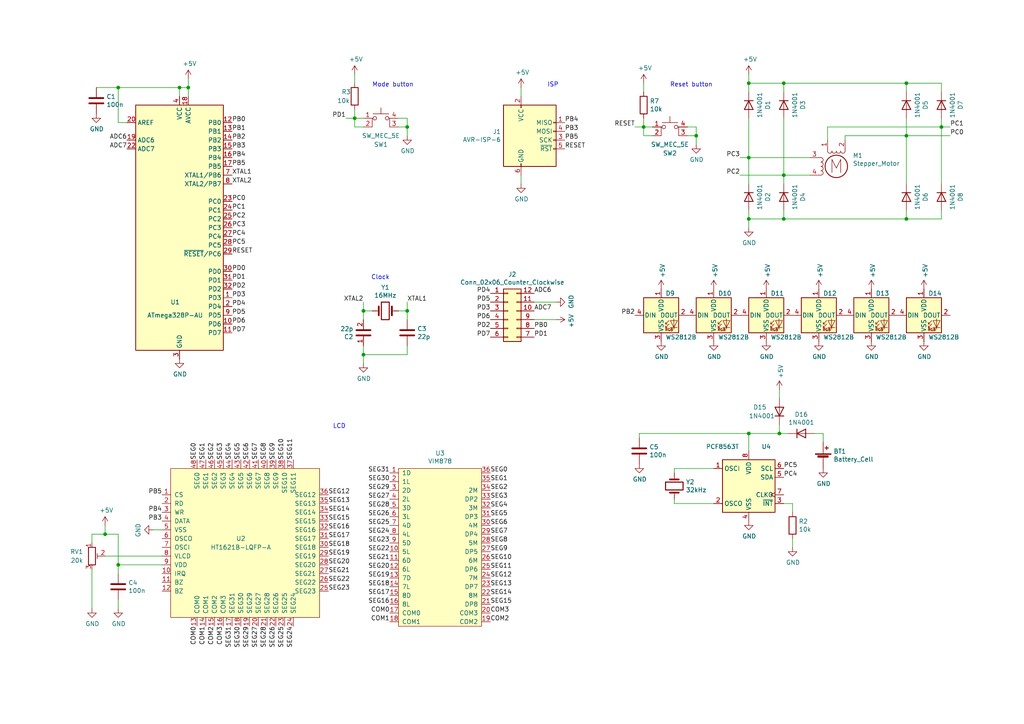
<source format=kicad_sch>
(kicad_sch (version 20211123) (generator eeschema)
  (paper "A4")
  (lib_symbols
    (symbol "C_1" (pin_names (offset 0.254))
      (property "Reference" "C" (at 0.635 2.54 0))
      (property "Value" "C_1" (at 0.635 -2.54 0))
      (symbol "C_1_0_1"
        (polyline (pts (xy -2.032 -0.762) (xy 2.032 -0.762)) (stroke (width 0.508)))
        (polyline (pts (xy -2.032 0.762) (xy 2.032 0.762)) (stroke (width 0.508)))
      )
      (symbol "C_1_1_1"
        (pin passive line (at 0 3.81 270) (length 2.794) (name "~") (number "1"))
        (pin passive line (at 0 -3.81 90) (length 2.794) (name "~") (number "2"))
      )
    )
    (symbol "Connector:AVR-ISP-6" (pin_names (offset 1.016))
      (property "Reference" "J" (at -6.35 11.43 0))
      (property "Value" "AVR-ISP-6" (at 0 11.43 0))
      (symbol "AVR-ISP-6_0_1"
        (rectangle (start -2.667 -6.858) (end -2.413 -7.62))
        (rectangle (start -2.667 10.16) (end -2.413 9.398))
        (rectangle (start 7.62 -2.413) (end 6.858 -2.667))
        (rectangle (start 7.62 0.127) (end 6.858 -0.127))
        (rectangle (start 7.62 2.667) (end 6.858 2.413))
        (rectangle (start 7.62 5.207) (end 6.858 4.953))
        (rectangle (start 7.62 10.16) (end -7.62 -7.62) (stroke (width 0.254)) (fill (type background)))
      )
      (symbol "AVR-ISP-6_1_1"
        (pin passive line (at 10.16 5.08 180) (length 2.54) (name "MISO") (number "1"))
        (pin passive line (at -2.54 12.7 270) (length 2.54) (name "VCC") (number "2"))
        (pin passive line (at 10.16 0 180) (length 2.54) (name "SCK") (number "3"))
        (pin passive line (at 10.16 2.54 180) (length 2.54) (name "MOSI") (number "4"))
        (pin passive line (at 10.16 -2.54 180) (length 2.54) (name "~{RST}") (number "5"))
        (pin passive line (at -2.54 -10.16 90) (length 2.54) (name "GND") (number "6"))
      )
    )
    (symbol "Connector_Generic:Conn_02x06_Counter_Clockwise" (pin_names (offset 1.016) hide)
      (property "Reference" "J" (at 1.27 7.62 0))
      (property "Value" "Conn_02x06_Counter_Clockwise" (at 1.27 -10.16 0))
      (symbol "Conn_02x06_Counter_Clockwise_1_1"
        (rectangle (start -1.27 -7.493) (end 0 -7.747) (stroke (width 0.1524)))
        (rectangle (start -1.27 -4.953) (end 0 -5.207) (stroke (width 0.1524)))
        (rectangle (start -1.27 -2.413) (end 0 -2.667) (stroke (width 0.1524)))
        (rectangle (start -1.27 0.127) (end 0 -0.127) (stroke (width 0.1524)))
        (rectangle (start -1.27 2.667) (end 0 2.413) (stroke (width 0.1524)))
        (rectangle (start -1.27 5.207) (end 0 4.953) (stroke (width 0.1524)))
        (rectangle (start -1.27 6.35) (end 3.81 -8.89) (stroke (width 0.254)) (fill (type background)))
        (rectangle (start 3.81 -7.493) (end 2.54 -7.747) (stroke (width 0.1524)))
        (rectangle (start 3.81 -4.953) (end 2.54 -5.207) (stroke (width 0.1524)))
        (rectangle (start 3.81 -2.413) (end 2.54 -2.667) (stroke (width 0.1524)))
        (rectangle (start 3.81 0.127) (end 2.54 -0.127) (stroke (width 0.1524)))
        (rectangle (start 3.81 2.667) (end 2.54 2.413) (stroke (width 0.1524)))
        (rectangle (start 3.81 5.207) (end 2.54 4.953) (stroke (width 0.1524)))
        (pin passive line (at -5.08 5.08 0) (length 3.81) (name "Pin_1") (number "1"))
        (pin passive line (at 7.62 0 180) (length 3.81) (name "Pin_10") (number "10"))
        (pin passive line (at 7.62 2.54 180) (length 3.81) (name "Pin_11") (number "11"))
        (pin passive line (at 7.62 5.08 180) (length 3.81) (name "Pin_12") (number "12"))
        (pin passive line (at -5.08 2.54 0) (length 3.81) (name "Pin_2") (number "2"))
        (pin passive line (at -5.08 0 0) (length 3.81) (name "Pin_3") (number "3"))
        (pin passive line (at -5.08 -2.54 0) (length 3.81) (name "Pin_4") (number "4"))
        (pin passive line (at -5.08 -5.08 0) (length 3.81) (name "Pin_5") (number "5"))
        (pin passive line (at -5.08 -7.62 0) (length 3.81) (name "Pin_6") (number "6"))
        (pin passive line (at 7.62 -7.62 180) (length 3.81) (name "Pin_7") (number "7"))
        (pin passive line (at 7.62 -5.08 180) (length 3.81) (name "Pin_8") (number "8"))
        (pin passive line (at 7.62 -2.54 180) (length 3.81) (name "Pin_9") (number "9"))
      )
    )
    (symbol "Device:Battery_Cell" (pin_numbers hide) (pin_names (offset 0) hide)
      (property "Reference" "BT" (at 2.54 2.54 0))
      (property "Value" "Battery_Cell" (at 2.54 0 0))
      (symbol "Battery_Cell_0_1"
        (rectangle (start -2.286 1.778) (end 2.286 1.524) (fill (type outline)))
        (rectangle (start -1.5748 1.1938) (end 1.4732 0.6858) (fill (type outline)))
        (polyline (pts (xy 0 0.762) (xy 0 0)))
        (polyline (pts (xy 0 1.778) (xy 0 2.54)))
        (polyline (pts (xy 0.508 3.429) (xy 1.524 3.429)) (stroke (width 0.254)))
        (polyline (pts (xy 1.016 3.937) (xy 1.016 2.921)) (stroke (width 0.254)))
      )
      (symbol "Battery_Cell_1_1"
        (pin passive line (at 0 5.08 270) (length 2.54) (name "+") (number "1"))
        (pin passive line (at 0 -2.54 90) (length 2.54) (name "-") (number "2"))
      )
    )
    (symbol "Device:C" (pin_numbers hide) (pin_names (offset 0.254))
      (property "Reference" "C" (at 0.635 2.54 0))
      (property "Value" "C" (at 0.635 -2.54 0))
      (symbol "C_0_1"
        (polyline (pts (xy -2.032 -0.762) (xy 2.032 -0.762)) (stroke (width 0.508)))
        (polyline (pts (xy -2.032 0.762) (xy 2.032 0.762)) (stroke (width 0.508)))
      )
      (symbol "C_1_1"
        (pin passive line (at 0 3.81 270) (length 2.794) (name "~") (number "1"))
        (pin passive line (at 0 -3.81 90) (length 2.794) (name "~") (number "2"))
      )
    )
    (symbol "Device:Crystal" (pin_numbers hide) (pin_names (offset 1.016) hide)
      (property "Reference" "Y" (at 0 3.81 0))
      (property "Value" "Crystal" (at 0 -3.81 0))
      (symbol "Crystal_0_1"
        (rectangle (start -1.143 2.54) (end 1.143 -2.54) (stroke (width 0.3048)))
        (polyline (pts (xy -2.54 0) (xy -1.905 0)))
        (polyline (pts (xy -1.905 -1.27) (xy -1.905 1.27)) (stroke (width 0.508)))
        (polyline (pts (xy 1.905 -1.27) (xy 1.905 1.27)) (stroke (width 0.508)))
        (polyline (pts (xy 2.54 0) (xy 1.905 0)))
      )
      (symbol "Crystal_1_1"
        (pin passive line (at -3.81 0 0) (length 1.27) (name "1") (number "1"))
        (pin passive line (at 3.81 0 180) (length 1.27) (name "2") (number "2"))
      )
    )
    (symbol "Device:D" (pin_numbers hide) (pin_names (offset 1.016) hide)
      (property "Reference" "D" (at 0 2.54 0))
      (property "Value" "D" (at 0 -2.54 0))
      (symbol "D_0_1"
        (polyline (pts (xy -1.27 1.27) (xy -1.27 -1.27)) (stroke (width 0.254)))
        (polyline (pts (xy 1.27 0) (xy -1.27 0)))
        (polyline (pts (xy 1.27 1.27) (xy 1.27 -1.27) (xy -1.27 0) (xy 1.27 1.27)) (stroke (width 0.254)))
      )
      (symbol "D_1_1"
        (pin passive line (at -3.81 0 0) (length 2.54) (name "K") (number "1"))
        (pin passive line (at 3.81 0 180) (length 2.54) (name "A") (number "2"))
      )
    )
    (symbol "Device:R" (pin_numbers hide) (pin_names (offset 0))
      (property "Reference" "R" (at 2.032 0 90))
      (property "Value" "R" (at 0 0 90))
      (symbol "R_0_1"
        (rectangle (start -1.016 -2.54) (end 1.016 2.54) (stroke (width 0.254)))
      )
      (symbol "R_1_1"
        (pin passive line (at 0 3.81 270) (length 1.27) (name "~") (number "1"))
        (pin passive line (at 0 -3.81 90) (length 1.27) (name "~") (number "2"))
      )
    )
    (symbol "Device:R_Potentiometer_Trim" (pin_names (offset 1.016) hide)
      (property "Reference" "RV" (at -4.445 0 90))
      (property "Value" "R_Potentiometer_Trim" (at -2.54 0 90))
      (symbol "R_Potentiometer_Trim_0_1"
        (polyline (pts (xy 1.524 0.762) (xy 1.524 -0.762)))
        (polyline (pts (xy 2.54 0) (xy 1.524 0)))
        (rectangle (start 1.016 2.54) (end -1.016 -2.54) (stroke (width 0.254)))
      )
      (symbol "R_Potentiometer_Trim_1_1"
        (pin passive line (at 0 3.81 270) (length 1.27) (name "1") (number "1"))
        (pin passive line (at 3.81 0 180) (length 1.27) (name "2") (number "2"))
        (pin passive line (at 0 -3.81 90) (length 1.27) (name "3") (number "3"))
      )
    )
    (symbol "Diode:1N4001" (pin_numbers hide) (pin_names (offset 1.016) hide)
      (property "Reference" "D" (at 0 2.54 0))
      (property "Value" "1N4001" (at 0 -2.54 0))
      (symbol "1N4001_0_1"
        (polyline (pts (xy -1.27 1.27) (xy -1.27 -1.27)) (stroke (width 0.254)))
        (polyline (pts (xy 1.27 0) (xy -1.27 0)))
        (polyline (pts (xy 1.27 1.27) (xy 1.27 -1.27) (xy -1.27 0) (xy 1.27 1.27)) (stroke (width 0.254)))
      )
      (symbol "1N4001_1_1"
        (pin passive line (at -3.81 0 0) (length 2.54) (name "K") (number "1"))
        (pin passive line (at 3.81 0 180) (length 2.54) (name "A") (number "2"))
      )
    )
    (symbol "LED:WS2812B" (pin_names (offset 0.254))
      (property "Reference" "D" (at 5.08 5.715 0))
      (property "Value" "WS2812B" (at 1.27 -5.715 0))
      (symbol "WS2812B_0_0"
        (text "RGB" (at 2.286 -4.191 0) (effects (font (size 0.762 0.762))))
      )
      (symbol "WS2812B_0_1"
        (polyline (pts (xy 1.27 -3.556) (xy 1.778 -3.556)))
        (polyline (pts (xy 1.27 -2.54) (xy 1.778 -2.54)))
        (polyline (pts (xy 4.699 -3.556) (xy 2.667 -3.556)))
        (polyline (pts (xy 2.286 -2.54) (xy 1.27 -3.556) (xy 1.27 -3.048)))
        (polyline (pts (xy 2.286 -1.524) (xy 1.27 -2.54) (xy 1.27 -2.032)))
        (polyline (pts (xy 3.683 -1.016) (xy 3.683 -3.556) (xy 3.683 -4.064)))
        (polyline (pts (xy 4.699 -1.524) (xy 2.667 -1.524) (xy 3.683 -3.556) (xy 4.699 -1.524)))
        (rectangle (start 5.08 5.08) (end -5.08 -5.08) (stroke (width 0.254)) (fill (type background)))
      )
      (symbol "WS2812B_1_1"
        (pin power_in line (at 0 7.62 270) (length 2.54) (name "VDD") (number "1"))
        (pin output line (at 7.62 0 180) (length 2.54) (name "DOUT") (number "2"))
        (pin power_in line (at 0 -7.62 90) (length 2.54) (name "VSS") (number "3"))
        (pin input line (at -7.62 0 0) (length 2.54) (name "DIN") (number "4"))
      )
    )
    (symbol "MCU_Microchip_ATmega:ATmega328P-AU"
      (property "Reference" "U" (at -12.7 36.83 0))
      (property "Value" "MCU_Microchip_ATmega_ATmega328P-AU" (at 2.54 -36.83 0))
      (symbol "ATmega328P-AU_0_1"
        (rectangle (start -12.7 -35.56) (end 12.7 35.56) (stroke (width 0.254)) (fill (type background)))
      )
      (symbol "ATmega328P-AU_1_1"
        (pin bidirectional line (at 15.24 -20.32 180) (length 2.54) (name "PD3") (number "1"))
        (pin bidirectional line (at 15.24 -27.94 180) (length 2.54) (name "PD6") (number "10"))
        (pin bidirectional line (at 15.24 -30.48 180) (length 2.54) (name "PD7") (number "11"))
        (pin bidirectional line (at 15.24 30.48 180) (length 2.54) (name "PB0") (number "12"))
        (pin bidirectional line (at 15.24 27.94 180) (length 2.54) (name "PB1") (number "13"))
        (pin bidirectional line (at 15.24 25.4 180) (length 2.54) (name "PB2") (number "14"))
        (pin bidirectional line (at 15.24 22.86 180) (length 2.54) (name "PB3") (number "15"))
        (pin bidirectional line (at 15.24 20.32 180) (length 2.54) (name "PB4") (number "16"))
        (pin bidirectional line (at 15.24 17.78 180) (length 2.54) (name "PB5") (number "17"))
        (pin power_in line (at 2.54 38.1 270) (length 2.54) (name "AVCC") (number "18"))
        (pin input line (at -15.24 25.4 0) (length 2.54) (name "ADC6") (number "19"))
        (pin bidirectional line (at 15.24 -22.86 180) (length 2.54) (name "PD4") (number "2"))
        (pin passive line (at -15.24 30.48 0) (length 2.54) (name "AREF") (number "20"))
        (pin passive line (at 0 -38.1 90) (length 2.54) hide (name "GND") (number "21"))
        (pin input line (at -15.24 22.86 0) (length 2.54) (name "ADC7") (number "22"))
        (pin bidirectional line (at 15.24 7.62 180) (length 2.54) (name "PC0") (number "23"))
        (pin bidirectional line (at 15.24 5.08 180) (length 2.54) (name "PC1") (number "24"))
        (pin bidirectional line (at 15.24 2.54 180) (length 2.54) (name "PC2") (number "25"))
        (pin bidirectional line (at 15.24 0 180) (length 2.54) (name "PC3") (number "26"))
        (pin bidirectional line (at 15.24 -2.54 180) (length 2.54) (name "PC4") (number "27"))
        (pin bidirectional line (at 15.24 -5.08 180) (length 2.54) (name "PC5") (number "28"))
        (pin bidirectional line (at 15.24 -7.62 180) (length 2.54) (name "~{RESET}/PC6") (number "29"))
        (pin power_in line (at 0 -38.1 90) (length 2.54) (name "GND") (number "3"))
        (pin bidirectional line (at 15.24 -12.7 180) (length 2.54) (name "PD0") (number "30"))
        (pin bidirectional line (at 15.24 -15.24 180) (length 2.54) (name "PD1") (number "31"))
        (pin bidirectional line (at 15.24 -17.78 180) (length 2.54) (name "PD2") (number "32"))
        (pin power_in line (at 0 38.1 270) (length 2.54) (name "VCC") (number "4"))
        (pin passive line (at 0 -38.1 90) (length 2.54) hide (name "GND") (number "5"))
        (pin passive line (at 0 38.1 270) (length 2.54) hide (name "VCC") (number "6"))
        (pin bidirectional line (at 15.24 15.24 180) (length 2.54) (name "XTAL1/PB6") (number "7"))
        (pin bidirectional line (at 15.24 12.7 180) (length 2.54) (name "XTAL2/PB7") (number "8"))
        (pin bidirectional line (at 15.24 -25.4 180) (length 2.54) (name "PD5") (number "9"))
      )
    )
    (symbol "Motor:Stepper_Motor_bipolar" (pin_names (offset 0) hide)
      (property "Reference" "M" (at 3.81 2.54 0))
      (property "Value" "Stepper_Motor_bipolar" (at 3.81 1.27 0))
      (symbol "Stepper_Motor_bipolar_0_0"
        (polyline (pts (xy -1.27 -1.778) (xy -1.27 2.032) (xy 0 -0.508) (xy 1.27 2.032) (xy 1.27 -1.778)))
      )
      (symbol "Stepper_Motor_bipolar_0_1"
        (arc (start -4.445 -2.54) (mid -3.81 -1.905) (end -4.445 -1.27))
        (arc (start -4.445 -1.27) (mid -3.81 -0.635) (end -4.445 0))
        (arc (start -4.445 0) (mid -3.81 0.635) (end -4.445 1.27))
        (arc (start -4.445 1.27) (mid -3.81 1.905) (end -4.445 2.54))
        (arc (start -2.54 4.445) (mid -1.905 3.81) (end -1.27 4.445))
        (arc (start -1.27 4.445) (mid -0.635 3.81) (end 0 4.445))
        (polyline (pts (xy -5.08 -2.54) (xy -4.445 -2.54)))
        (polyline (pts (xy -5.08 2.54) (xy -4.445 2.54)))
        (polyline (pts (xy -2.54 5.08) (xy -2.54 4.445)))
        (polyline (pts (xy 2.54 5.08) (xy 2.54 4.445)))
        (circle (center 0 0) (radius 3.2512) (stroke (width 0.254)))
        (arc (start 0 4.445) (mid 0.635 3.81) (end 1.27 4.445))
        (arc (start 1.27 4.445) (mid 1.905 3.81) (end 2.54 4.445))
      )
      (symbol "Stepper_Motor_bipolar_1_1"
        (pin passive line (at -2.54 7.62 270) (length 2.54) (name "~") (number "1"))
        (pin passive line (at 2.54 7.62 270) (length 2.54) (name "-") (number "2"))
        (pin passive line (at -7.62 2.54 0) (length 2.54) (name "~") (number "3"))
        (pin passive line (at -7.62 -2.54 0) (length 2.54) (name "~") (number "4"))
      )
    )
    (symbol "Switch:SW_MEC_5E" (pin_names (offset 1.016) hide)
      (property "Reference" "SW" (at 0.635 5.715 0))
      (property "Value" "SW_MEC_5E" (at 0 -3.175 0))
      (symbol "SW_MEC_5E_0_1"
        (circle (center -1.778 2.54) (radius 0.508))
        (polyline (pts (xy -2.286 3.81) (xy 2.286 3.81)))
        (polyline (pts (xy 0 3.81) (xy 0 5.588)))
        (polyline (pts (xy -2.54 0) (xy -2.54 2.54) (xy -2.286 2.54)))
        (polyline (pts (xy 2.54 0) (xy 2.54 2.54) (xy 2.286 2.54)))
        (circle (center 1.778 2.54) (radius 0.508))
        (pin passive line (at -5.08 2.54 0) (length 2.54) (name "1") (number "1"))
        (pin passive line (at -5.08 0 0) (length 2.54) (name "2") (number "2"))
        (pin passive line (at 5.08 0 180) (length 2.54) (name "K") (number "3"))
        (pin passive line (at 5.08 2.54 180) (length 2.54) (name "A") (number "4"))
      )
    )
    (symbol "Timer_RTC:PCF8563T"
      (property "Reference" "U" (at -7.62 8.89 0))
      (property "Value" "PCF8563T" (at 2.54 8.89 0))
      (symbol "PCF8563T_0_1"
        (rectangle (start -7.62 7.62) (end 7.62 -7.62) (stroke (width 0.254)) (fill (type background)))
      )
      (symbol "PCF8563T_1_1"
        (pin input line (at -10.16 5.08 0) (length 2.54) (name "OSCI") (number "1"))
        (pin output line (at -10.16 -5.08 0) (length 2.54) (name "OSCO") (number "2"))
        (pin output line (at 10.16 -5.08 180) (length 2.54) (name "~{INT}") (number "3"))
        (pin power_in line (at 0 -10.16 90) (length 2.54) (name "VSS") (number "4"))
        (pin bidirectional line (at 10.16 2.54 180) (length 2.54) (name "SDA") (number "5"))
        (pin input line (at 10.16 5.08 180) (length 2.54) (name "SCL") (number "6"))
        (pin output clock (at 10.16 -2.54 180) (length 2.54) (name "CLKO") (number "7"))
        (pin power_in line (at 0 10.16 270) (length 2.54) (name "VDD") (number "8"))
      )
    )
    (symbol "power:+5V" (power) (pin_names (offset 0))
      (property "Value" "+5V" (at 0 3.556 0))
      (symbol "+5V_0_1"
        (polyline (pts (xy -0.762 1.27) (xy 0 2.54)))
        (polyline (pts (xy 0 0) (xy 0 2.54)))
        (polyline (pts (xy 0 2.54) (xy 0.762 1.27)))
      )
      (symbol "+5V_1_1"
        (pin power_in line (at 0 0 90) (length 0) hide (name "+5V") (number "1"))
      )
    )
    (symbol "power:GND" (power) (pin_names (offset 0))
      (property "Value" "GND" (at 0 -3.81 0))
      (symbol "GND_0_1"
        (polyline (pts (xy 0 0) (xy 0 -1.27) (xy 1.27 -1.27) (xy 0 -2.54) (xy -1.27 -1.27) (xy 0 -1.27)))
      )
      (symbol "GND_1_1"
        (pin power_in line (at 0 0 270) (length 0) hide (name "GND") (number "1"))
      )
    )
    (symbol "symbols:HT1621B-LQFP-A" (pin_names (offset 1.016))
      (property "Reference" "U" (at 0 5.08 0))
      (property "Value" "HT1621B-LQFP-A" (at 0 2.54 0))
      (symbol "HT1621B-LQFP-A_0_1"
        (rectangle (start -20.32 22.86) (end 22.86 -20.32) (fill (type background)))
      )
      (symbol "HT1621B-LQFP-A_1_1"
        (pin input line (at -22.86 15.24 0) (length 2.54) (name "CS") (number "1"))
        (pin input line (at -22.86 -7.62 0) (length 2.54) (name "IRQ") (number "10"))
        (pin input line (at -22.86 -10.16 0) (length 2.54) (name "BZ") (number "11"))
        (pin input line (at -22.86 -12.7 0) (length 2.54) (name "BZ") (number "12"))
        (pin input line (at -12.7 -22.86 90) (length 2.54) (name "COM0") (number "13"))
        (pin input line (at -10.16 -22.86 90) (length 2.54) (name "COM1") (number "14"))
        (pin input line (at -7.62 -22.86 90) (length 2.54) (name "COM2") (number "15"))
        (pin input line (at -5.08 -22.86 90) (length 2.54) (name "COM3") (number "16"))
        (pin input line (at -2.54 -22.86 90) (length 2.54) (name "SEG31") (number "17"))
        (pin input line (at 0 -22.86 90) (length 2.54) (name "SEG30") (number "18"))
        (pin input line (at 2.54 -22.86 90) (length 2.54) (name "SEG29") (number "19"))
        (pin input line (at -22.86 12.7 0) (length 2.54) (name "RD") (number "2"))
        (pin input line (at 5.08 -22.86 90) (length 2.54) (name "SEG27") (number "20"))
        (pin input line (at 7.62 -22.86 90) (length 2.54) (name "SEG28") (number "21"))
        (pin input line (at 10.16 -22.86 90) (length 2.54) (name "SEG26") (number "22"))
        (pin input line (at 12.7 -22.86 90) (length 2.54) (name "SEG25") (number "23"))
        (pin input line (at 15.24 -22.86 90) (length 2.54) (name "SEG24") (number "24"))
        (pin input line (at 25.4 -12.7 180) (length 2.54) (name "SEG23") (number "25"))
        (pin input line (at 25.4 -10.16 180) (length 2.54) (name "SEG22") (number "26"))
        (pin input line (at 25.4 -7.62 180) (length 2.54) (name "SEG21") (number "27"))
        (pin input line (at 25.4 -5.08 180) (length 2.54) (name "SEG20") (number "28"))
        (pin input line (at 25.4 -2.54 180) (length 2.54) (name "SEG19") (number "29"))
        (pin input line (at -22.86 10.16 0) (length 2.54) (name "WR") (number "3"))
        (pin input line (at 25.4 0 180) (length 2.54) (name "SEG18") (number "30"))
        (pin input line (at 25.4 2.54 180) (length 2.54) (name "SEG17") (number "31"))
        (pin input line (at 25.4 5.08 180) (length 2.54) (name "SEG16") (number "32"))
        (pin input line (at 25.4 7.62 180) (length 2.54) (name "SEG15") (number "33"))
        (pin input line (at 25.4 10.16 180) (length 2.54) (name "SEG14") (number "34"))
        (pin input line (at 25.4 12.7 180) (length 2.54) (name "SEG13") (number "35"))
        (pin input line (at 25.4 15.24 180) (length 2.54) (name "SEG12") (number "36"))
        (pin input line (at 15.24 25.4 270) (length 2.54) (name "SEG11") (number "37"))
        (pin input line (at 12.7 25.4 270) (length 2.54) (name "SEG10") (number "38"))
        (pin input line (at 10.16 25.4 270) (length 2.54) (name "SEG9") (number "39"))
        (pin input line (at -22.86 7.62 0) (length 2.54) (name "DATA") (number "4"))
        (pin input line (at 7.62 25.4 270) (length 2.54) (name "SEG8") (number "40"))
        (pin input line (at 5.08 25.4 270) (length 2.54) (name "SEG7") (number "41"))
        (pin input line (at 2.54 25.4 270) (length 2.54) (name "SEG6") (number "42"))
        (pin input line (at 0 25.4 270) (length 2.54) (name "SEG5") (number "43"))
        (pin input line (at -2.54 25.4 270) (length 2.54) (name "SEG4") (number "44"))
        (pin input line (at -5.08 25.4 270) (length 2.54) (name "SEG3") (number "45"))
        (pin input line (at -7.62 25.4 270) (length 2.54) (name "SEG2") (number "46"))
        (pin input line (at -10.16 25.4 270) (length 2.54) (name "SEG1") (number "47"))
        (pin input line (at -12.7 25.4 270) (length 2.54) (name "SEG0") (number "48"))
        (pin input line (at -22.86 5.08 0) (length 2.54) (name "VSS") (number "5"))
        (pin input line (at -22.86 2.54 0) (length 2.54) (name "OSCO") (number "6"))
        (pin input line (at -22.86 0 0) (length 2.54) (name "OSCI") (number "7"))
        (pin input line (at -22.86 -2.54 0) (length 2.54) (name "VLCD") (number "8"))
        (pin input line (at -22.86 -5.08 0) (length 2.54) (name "VDD") (number "9"))
      )
    )
    (symbol "symbols:VIM878" (pin_names (offset 1.016))
      (property "Reference" "U" (at 0 -2.54 0))
      (property "Value" "VIM878" (at 0 0 0))
      (symbol "VIM878_0_1"
        (rectangle (start -11.43 22.86) (end 12.7 -22.86) (fill (type background)))
      )
      (symbol "VIM878_1_1"
        (pin input line (at -13.97 21.59 0) (length 2.54) (name "1D") (number "1"))
        (pin input line (at -13.97 -1.27 0) (length 2.54) (name "5L") (number "10"))
        (pin input line (at -13.97 -3.81 0) (length 2.54) (name "6D") (number "11"))
        (pin input line (at -13.97 -6.35 0) (length 2.54) (name "6L") (number "12"))
        (pin input line (at -13.97 -8.89 0) (length 2.54) (name "7D") (number "13"))
        (pin input line (at -13.97 -11.43 0) (length 2.54) (name "7L") (number "14"))
        (pin input line (at -13.97 -13.97 0) (length 2.54) (name "8D") (number "15"))
        (pin input line (at -13.97 -16.51 0) (length 2.54) (name "8L") (number "16"))
        (pin input line (at -13.97 -19.05 0) (length 2.54) (name "COM0") (number "17"))
        (pin input line (at -13.97 -21.59 0) (length 2.54) (name "COM1") (number "18"))
        (pin input line (at 15.24 -21.59 180) (length 2.54) (name "COM2") (number "19"))
        (pin input line (at -13.97 19.05 0) (length 2.54) (name "1L") (number "2"))
        (pin input line (at 15.24 -19.05 180) (length 2.54) (name "COM3") (number "20"))
        (pin input line (at 15.24 -16.51 180) (length 2.54) (name "DP8") (number "21"))
        (pin input line (at 15.24 -13.97 180) (length 2.54) (name "8M") (number "22"))
        (pin input line (at 15.24 -11.43 180) (length 2.54) (name "DP7") (number "23"))
        (pin input line (at 15.24 -8.89 180) (length 2.54) (name "7M") (number "24"))
        (pin input line (at 15.24 -6.35 180) (length 2.54) (name "DP6") (number "25"))
        (pin input line (at 15.24 -3.81 180) (length 2.54) (name "6M") (number "26"))
        (pin input line (at 15.24 -1.27 180) (length 2.54) (name "DP5") (number "27"))
        (pin input line (at 15.24 1.27 180) (length 2.54) (name "5M") (number "28"))
        (pin input line (at 15.24 3.81 180) (length 2.54) (name "DP4") (number "29"))
        (pin input line (at -13.97 16.51 0) (length 2.54) (name "2D") (number "3"))
        (pin input line (at 15.24 6.35 180) (length 2.54) (name "4M") (number "30"))
        (pin input line (at 15.24 8.89 180) (length 2.54) (name "DP3") (number "31"))
        (pin input line (at 15.24 11.43 180) (length 2.54) (name "3M") (number "32"))
        (pin input line (at 15.24 13.97 180) (length 2.54) (name "DP2") (number "33"))
        (pin input line (at 15.24 16.51 180) (length 2.54) (name "2M") (number "34"))
        (pin input line (at 15.24 19.05 180) (length 2.54) (name "~") (number "35"))
        (pin input line (at 15.24 21.59 180) (length 2.54) (name "~") (number "36"))
        (pin input line (at -13.97 13.97 0) (length 2.54) (name "2L") (number "4"))
        (pin input line (at -13.97 11.43 0) (length 2.54) (name "3D") (number "5"))
        (pin input line (at -13.97 8.89 0) (length 2.54) (name "3L") (number "6"))
        (pin input line (at -13.97 6.35 0) (length 2.54) (name "4D") (number "7"))
        (pin input line (at -13.97 3.81 0) (length 2.54) (name "4L") (number "8"))
        (pin input line (at -13.97 1.27 0) (length 2.54) (name "5D") (number "9"))
      )
    )
  )
  (junction (at 217.17 63.5))
  (junction (at 262.89 39.37))
  (junction (at 102.87 34.29))
  (junction (at 226.06 125.73))
  (junction (at 227.33 24.13))
  (junction (at 105.41 102.87))
  (junction (at 201.93 39.37))
  (junction (at 34.29 25.4))
  (junction (at 52.07 25.4))
  (junction (at 217.17 125.73))
  (junction (at 262.89 63.5))
  (junction (at 217.17 24.13))
  (junction (at 217.17 45.72))
  (junction (at 262.89 24.13))
  (junction (at 34.29 163.83))
  (junction (at 273.05 36.83))
  (junction (at 227.33 63.5))
  (junction (at 30.48 154.94))
  (junction (at 186.69 36.83))
  (junction (at 105.41 90.17))
  (junction (at 118.11 36.83))
  (junction (at 118.11 90.17))
  (junction (at 227.33 50.8))
  (junction (at 54.61 25.4))
  (wire (pts (xy 217.17 66.04) (xy 217.17 63.5)))
  (wire (pts (xy 207.01 146.05) (xy 195.58 146.05)))
  (wire (pts (xy 227.33 63.5) (xy 227.33 60.96)))
  (wire (pts (xy 217.17 45.72) (xy 234.95 45.72)))
  (wire (pts (xy 195.58 146.05) (xy 195.58 144.78)))
  (wire (pts (xy 186.69 36.83) (xy 186.69 39.37)))
  (wire (pts (xy 262.89 39.37) (xy 262.89 34.29)))
  (wire (pts (xy 201.93 39.37) (xy 201.93 41.91)))
  (wire (pts (xy 151.13 50.8) (xy 151.13 53.34)))
  (wire (pts (xy 186.69 26.67) (xy 186.69 24.13)))
  (wire (pts (xy 185.42 127) (xy 185.42 125.73)))
  (wire (pts (xy 118.11 36.83) (xy 118.11 39.37)))
  (wire (pts (xy 217.17 45.72) (xy 214.63 45.72)))
  (wire (pts (xy 102.87 34.29) (xy 105.41 34.29)))
  (wire (pts (xy 54.61 22.86) (xy 54.61 25.4)))
  (wire (pts (xy 34.29 163.83) (xy 34.29 154.94)))
  (wire (pts (xy 186.69 39.37) (xy 189.23 39.37)))
  (wire (pts (xy 34.29 176.53) (xy 34.29 173.99)))
  (wire (pts (xy 102.87 31.75) (xy 102.87 34.29)))
  (wire (pts (xy 102.87 24.13) (xy 102.87 21.59)))
  (wire (pts (xy 46.99 153.67) (xy 44.45 153.67)))
  (wire (pts (xy 217.17 45.72) (xy 217.17 34.29)))
  (wire (pts (xy 273.05 63.5) (xy 273.05 60.96)))
  (wire (pts (xy 118.11 36.83) (xy 118.11 34.29)))
  (wire (pts (xy 240.03 40.64) (xy 240.03 36.83)))
  (wire (pts (xy 262.89 39.37) (xy 275.59 39.37)))
  (wire (pts (xy 262.89 63.5) (xy 227.33 63.5)))
  (wire (pts (xy 227.33 24.13) (xy 217.17 24.13)))
  (wire (pts (xy 34.29 25.4) (xy 52.07 25.4)))
  (wire (pts (xy 118.11 87.63) (xy 118.11 90.17)))
  (wire (pts (xy 105.41 102.87) (xy 105.41 105.41)))
  (wire (pts (xy 26.67 154.94) (xy 26.67 157.48)))
  (wire (pts (xy 227.33 50.8) (xy 227.33 53.34)))
  (wire (pts (xy 229.87 146.05) (xy 229.87 148.59)))
  (wire (pts (xy 151.13 25.4) (xy 151.13 27.94)))
  (wire (pts (xy 34.29 154.94) (xy 30.48 154.94)))
  (wire (pts (xy 195.58 135.89) (xy 207.01 135.89)))
  (wire (pts (xy 226.06 113.03) (xy 226.06 115.57)))
  (wire (pts (xy 217.17 125.73) (xy 217.17 130.81)))
  (wire (pts (xy 262.89 60.96) (xy 262.89 63.5)))
  (wire (pts (xy 195.58 137.16) (xy 195.58 135.89)))
  (wire (pts (xy 227.33 146.05) (xy 229.87 146.05)))
  (wire (pts (xy 102.87 34.29) (xy 102.87 36.83)))
  (wire (pts (xy 199.39 36.83) (xy 201.93 36.83)))
  (wire (pts (xy 30.48 152.4) (xy 30.48 154.94)))
  (wire (pts (xy 26.67 165.1) (xy 26.67 176.53)))
  (wire (pts (xy 201.93 39.37) (xy 201.93 36.83)))
  (wire (pts (xy 105.41 100.33) (xy 105.41 102.87)))
  (wire (pts (xy 226.06 125.73) (xy 226.06 123.19)))
  (wire (pts (xy 226.06 125.73) (xy 217.17 125.73)))
  (wire (pts (xy 262.89 63.5) (xy 273.05 63.5)))
  (wire (pts (xy 262.89 24.13) (xy 227.33 24.13)))
  (wire (pts (xy 273.05 26.67) (xy 273.05 24.13)))
  (wire (pts (xy 245.11 39.37) (xy 262.89 39.37)))
  (wire (pts (xy 34.29 35.56) (xy 34.29 25.4)))
  (wire (pts (xy 34.29 25.4) (xy 27.94 25.4)))
  (wire (pts (xy 100.33 34.29) (xy 102.87 34.29)))
  (wire (pts (xy 273.05 34.29) (xy 273.05 36.83)))
  (wire (pts (xy 273.05 53.34) (xy 273.05 36.83)))
  (wire (pts (xy 186.69 36.83) (xy 189.23 36.83)))
  (wire (pts (xy 118.11 90.17) (xy 115.57 90.17)))
  (wire (pts (xy 54.61 25.4) (xy 54.61 27.94)))
  (wire (pts (xy 185.42 125.73) (xy 217.17 125.73)))
  (wire (pts (xy 186.69 34.29) (xy 186.69 36.83)))
  (wire (pts (xy 227.33 34.29) (xy 227.33 50.8)))
  (wire (pts (xy 154.94 92.71) (xy 161.29 92.71)))
  (wire (pts (xy 262.89 39.37) (xy 262.89 53.34)))
  (wire (pts (xy 52.07 27.94) (xy 52.07 25.4)))
  (wire (pts (xy 30.48 154.94) (xy 26.67 154.94)))
  (wire (pts (xy 184.15 36.83) (xy 186.69 36.83)))
  (wire (pts (xy 227.33 50.8) (xy 214.63 50.8)))
  (wire (pts (xy 238.76 125.73) (xy 238.76 128.27)))
  (wire (pts (xy 154.94 87.63) (xy 161.29 87.63)))
  (wire (pts (xy 217.17 63.5) (xy 217.17 60.96)))
  (wire (pts (xy 115.57 36.83) (xy 118.11 36.83)))
  (wire (pts (xy 34.29 163.83) (xy 34.29 166.37)))
  (wire (pts (xy 36.83 35.56) (xy 34.29 35.56)))
  (wire (pts (xy 227.33 63.5) (xy 217.17 63.5)))
  (wire (pts (xy 273.05 36.83) (xy 275.59 36.83)))
  (wire (pts (xy 105.41 87.63) (xy 105.41 90.17)))
  (wire (pts (xy 227.33 50.8) (xy 234.95 50.8)))
  (wire (pts (xy 245.11 40.64) (xy 245.11 39.37)))
  (wire (pts (xy 107.95 90.17) (xy 105.41 90.17)))
  (wire (pts (xy 240.03 36.83) (xy 273.05 36.83)))
  (wire (pts (xy 118.11 34.29) (xy 115.57 34.29)))
  (wire (pts (xy 217.17 24.13) (xy 217.17 21.59)))
  (wire (pts (xy 236.22 125.73) (xy 238.76 125.73)))
  (wire (pts (xy 105.41 90.17) (xy 105.41 92.71)))
  (wire (pts (xy 199.39 39.37) (xy 201.93 39.37)))
  (wire (pts (xy 102.87 36.83) (xy 105.41 36.83)))
  (wire (pts (xy 30.48 161.29) (xy 46.99 161.29)))
  (wire (pts (xy 118.11 102.87) (xy 105.41 102.87)))
  (wire (pts (xy 217.17 53.34) (xy 217.17 45.72)))
  (wire (pts (xy 52.07 25.4) (xy 54.61 25.4)))
  (wire (pts (xy 217.17 24.13) (xy 217.17 26.67)))
  (wire (pts (xy 273.05 24.13) (xy 262.89 24.13)))
  (wire (pts (xy 229.87 158.75) (xy 229.87 156.21)))
  (wire (pts (xy 228.6 125.73) (xy 226.06 125.73)))
  (wire (pts (xy 118.11 102.87) (xy 118.11 100.33)))
  (wire (pts (xy 227.33 24.13) (xy 227.33 26.67)))
  (wire (pts (xy 118.11 90.17) (xy 118.11 92.71)))
  (wire (pts (xy 34.29 163.83) (xy 46.99 163.83)))
  (wire (pts (xy 262.89 24.13) (xy 262.89 26.67)))
  (text "Reset button" (at 194.31 25.4 0) (effects (font (size 1.27 1.27)) (justify left bottom)))
  (text "ISP" (at 158.75 25.4 0) (effects (font (size 1.27 1.27)) (justify left bottom)))
  (text "Clock" (at 113.03 81.28 180) (effects (font (size 1.27 1.27)) (justify right bottom)))
  (text "Mode button" (at 107.95 25.4 0) (effects (font (size 1.27 1.27)) (justify left bottom)))
  (text "LCD" (at 96.52 124.46 0) (effects (font (size 1.27 1.27)) (justify left bottom)))
  (label "COM3" (at 64.77 181.61 270))
  (label "PD4" (at 67.31 88.9 0))
  (label "SEG4" (at 142.24 147.32 0))
  (label "SEG20" (at 95.25 163.83 0))
  (label "SEG21" (at 113.03 162.56 180))
  (label "XTAL2" (at 105.41 87.63 180))
  (label "SEG25" (at 82.55 181.61 270))
  (label "SEG5" (at 142.24 149.86 0))
  (label "SEG9" (at 80.01 133.35 90))
  (label "PD0" (at 67.31 78.74 0))
  (label "SEG30" (at 69.85 181.61 270))
  (label "SEG24" (at 85.09 181.61 270))
  (label "COM0" (at 57.15 181.61 270))
  (label "PD4" (at 142.24 85.09 180))
  (label "SEG31" (at 67.31 181.61 270))
  (label "SEG13" (at 95.25 146.05 0))
  (label "SEG31" (at 113.03 137.16 180))
  (label "ADC6" (at 154.94 85.09 0))
  (label "PC4" (at 227.33 138.43 0))
  (label "SEG2" (at 62.23 133.35 90))
  (label "PC4" (at 67.31 68.58 0))
  (label "PC2" (at 67.31 63.5 0))
  (label "SEG17" (at 113.03 172.72 180))
  (label "PB4" (at 67.31 45.72 0))
  (label "XTAL1" (at 67.31 50.8 0))
  (label "PD6" (at 142.24 92.71 180))
  (label "PB1" (at 67.31 38.1 0))
  (label "SEG2" (at 142.24 142.24 0))
  (label "SEG13" (at 142.24 170.18 0))
  (label "XTAL1" (at 118.11 87.63 0))
  (label "SEG15" (at 142.24 175.26 0))
  (label "COM1" (at 113.03 180.34 180))
  (label "COM1" (at 59.69 181.61 270))
  (label "PB4" (at 46.99 148.59 180))
  (label "SEG23" (at 95.25 171.45 0))
  (label "PC3" (at 67.31 66.04 0))
  (label "SEG11" (at 85.09 133.35 90))
  (label "SEG7" (at 74.93 133.35 90))
  (label "PB0" (at 67.31 35.56 0))
  (label "PD2" (at 142.24 95.25 180))
  (label "SEG30" (at 113.03 139.7 180))
  (label "ADC6" (at 36.83 40.64 180))
  (label "ADC7" (at 36.83 43.18 180))
  (label "SEG10" (at 82.55 133.35 90))
  (label "SEG25" (at 113.03 152.4 180))
  (label "SEG26" (at 113.03 149.86 180))
  (label "SEG19" (at 113.03 167.64 180))
  (label "SEG14" (at 95.25 148.59 0))
  (label "PC5" (at 67.31 71.12 0))
  (label "COM0" (at 113.03 177.8 180))
  (label "SEG22" (at 113.03 160.02 180))
  (label "SEG4" (at 67.31 133.35 90))
  (label "SEG16" (at 95.25 153.67 0))
  (label "ADC7" (at 154.94 90.17 0))
  (label "PD6" (at 67.31 93.98 0))
  (label "RESET" (at 163.83 43.18 0))
  (label "PD1" (at 67.31 81.28 0))
  (label "PD5" (at 142.24 87.63 180))
  (label "SEG27" (at 74.93 181.61 270))
  (label "PD3" (at 67.31 86.36 0))
  (label "PC5" (at 227.33 135.89 0))
  (label "SEG7" (at 142.24 154.94 0))
  (label "RESET" (at 184.15 36.83 180))
  (label "PB3" (at 67.31 43.18 0))
  (label "SEG10" (at 142.24 162.56 0))
  (label "SEG8" (at 142.24 157.48 0))
  (label "PD3" (at 142.24 90.17 180))
  (label "PD2" (at 67.31 83.82 0))
  (label "SEG29" (at 113.03 142.24 180))
  (label "SEG28" (at 113.03 147.32 180))
  (label "PC1" (at 275.59 36.83 0))
  (label "PB3" (at 46.99 151.13 180))
  (label "PB3" (at 163.83 38.1 0))
  (label "SEG23" (at 113.03 157.48 180))
  (label "PB5" (at 46.99 143.51 180))
  (label "SEG3" (at 64.77 133.35 90))
  (label "PD1" (at 154.94 97.79 0))
  (label "SEG11" (at 142.24 165.1 0))
  (label "SEG16" (at 113.03 175.26 180))
  (label "PC1" (at 67.31 60.96 0))
  (label "PB2" (at 184.15 91.44 180))
  (label "SEG15" (at 95.25 151.13 0))
  (label "SEG6" (at 72.39 133.35 90))
  (label "SEG19" (at 95.25 161.29 0))
  (label "SEG22" (at 95.25 168.91 0))
  (label "PD7" (at 142.24 97.79 180))
  (label "SEG14" (at 142.24 172.72 0))
  (label "PB0" (at 154.94 95.25 0))
  (label "PB2" (at 67.31 40.64 0))
  (label "SEG21" (at 95.25 166.37 0))
  (label "COM2" (at 142.24 180.34 0))
  (label "PC2" (at 214.63 50.8 180))
  (label "SEG1" (at 142.24 139.7 0))
  (label "PC0" (at 67.31 58.42 0))
  (label "SEG17" (at 95.25 156.21 0))
  (label "SEG0" (at 142.24 137.16 0))
  (label "SEG5" (at 69.85 133.35 90))
  (label "XTAL2" (at 67.31 53.34 0))
  (label "PC0" (at 275.59 39.37 0))
  (label "SEG0" (at 57.15 133.35 90))
  (label "SEG29" (at 72.39 181.61 270))
  (label "SEG27" (at 113.03 144.78 180))
  (label "SEG3" (at 142.24 144.78 0))
  (label "SEG26" (at 80.01 181.61 270))
  (label "SEG9" (at 142.24 160.02 0))
  (label "SEG6" (at 142.24 152.4 0))
  (label "PB4" (at 163.83 35.56 0))
  (label "PB5" (at 163.83 40.64 0))
  (label "SEG12" (at 95.25 143.51 0))
  (label "RESET" (at 67.31 73.66 0))
  (label "SEG28" (at 77.47 181.61 270))
  (label "PD1" (at 100.33 34.29 180))
  (label "SEG24" (at 113.03 154.94 180))
  (label "PD7" (at 67.31 96.52 0))
  (label "PD5" (at 67.31 91.44 0))
  (label "SEG20" (at 113.03 165.1 180))
  (label "SEG8" (at 77.47 133.35 90))
  (label "SEG18" (at 95.25 158.75 0))
  (label "SEG18" (at 113.03 170.18 180))
  (label "PB5" (at 67.31 48.26 0))
  (label "SEG12" (at 142.24 167.64 0))
  (label "COM3" (at 142.24 177.8 0))
  (label "PC3" (at 214.63 45.72 180))
  (label "COM2" (at 62.23 181.61 270))
  (label "SEG1" (at 59.69 133.35 90))
  (symbol (lib_id "Motor:Stepper_Motor_bipolar") (at 242.57 48.26 0) (unit 1)
    (property "Reference" "M1" (at 247.3452 45.1104 0) (effects (justify left)))
    (property "Value" "Stepper_Motor" (at 247.3452 47.4218 0) (effects (justify left)))
    (property "Footprint" "footprints:Stepper Motor" (effects hide))
    (property "Datasheet" "http://www.infineon.com/dgdl/Application-Note-TLE8110EE_driving_UniPolarStepperMotor_V1.1.pdf?fileId=db3a30431be39b97011be5d0aa0a00b0" (effects hide))
  )
  (symbol (lib_id "Diode:1N4001") (at 217.17 57.15 270) (unit 1)
    (property "Reference" "D2" (at 222.6818 57.15 0))
    (property "Value" "1N4001" (at 220.3704 57.15 0))
    (property "Footprint" "Diode_SMD:D_1206_3216Metric_Pad1.42x1.75mm_HandSolder" (effects hide))
    (property "Datasheet" "http://www.vishay.com/docs/88503/1n4001.pdf" (effects hide))
  )
  (symbol (lib_id "Diode:1N4001") (at 227.33 57.15 270) (unit 1)
    (property "Reference" "D4" (at 232.8418 57.15 0))
    (property "Value" "1N4001" (at 230.5304 57.15 0))
    (property "Footprint" "Diode_SMD:D_1206_3216Metric_Pad1.42x1.75mm_HandSolder" (effects hide))
    (property "Datasheet" "http://www.vishay.com/docs/88503/1n4001.pdf" (effects hide))
  )
  (symbol (lib_id "Diode:1N4001") (at 217.17 30.48 270) (unit 1)
    (property "Reference" "D1" (at 222.6818 30.48 0))
    (property "Value" "1N4001" (at 220.3704 30.48 0))
    (property "Footprint" "Diode_SMD:D_1206_3216Metric_Pad1.42x1.75mm_HandSolder" (effects hide))
    (property "Datasheet" "http://www.vishay.com/docs/88503/1n4001.pdf" (effects hide))
  )
  (symbol (lib_id "Diode:1N4001") (at 227.33 30.48 270) (unit 1)
    (property "Reference" "D3" (at 232.8418 30.48 0))
    (property "Value" "1N4001" (at 230.5304 30.48 0))
    (property "Footprint" "Diode_SMD:D_1206_3216Metric_Pad1.42x1.75mm_HandSolder" (effects hide))
    (property "Datasheet" "http://www.vishay.com/docs/88503/1n4001.pdf" (effects hide))
  )
  (symbol (lib_id "Diode:1N4001") (at 262.89 57.15 270) (unit 1)
    (property "Reference" "D6" (at 268.4018 57.15 0))
    (property "Value" "1N4001" (at 266.0904 57.15 0))
    (property "Footprint" "Diode_SMD:D_1206_3216Metric_Pad1.42x1.75mm_HandSolder" (effects hide))
    (property "Datasheet" "http://www.vishay.com/docs/88503/1n4001.pdf" (effects hide))
  )
  (symbol (lib_id "Diode:1N4001") (at 262.89 30.48 270) (unit 1)
    (property "Reference" "D5" (at 268.4018 30.48 0))
    (property "Value" "1N4001" (at 266.0904 30.48 0))
    (property "Footprint" "Diode_SMD:D_1206_3216Metric_Pad1.42x1.75mm_HandSolder" (effects hide))
    (property "Datasheet" "http://www.vishay.com/docs/88503/1n4001.pdf" (effects hide))
  )
  (symbol (lib_id "Diode:1N4001") (at 273.05 30.48 270) (unit 1)
    (property "Reference" "D7" (at 278.5618 30.48 0))
    (property "Value" "1N4001" (at 276.2504 30.48 0))
    (property "Footprint" "Diode_SMD:D_1206_3216Metric_Pad1.42x1.75mm_HandSolder" (effects hide))
    (property "Datasheet" "http://www.vishay.com/docs/88503/1n4001.pdf" (effects hide))
  )
  (symbol (lib_id "Diode:1N4001") (at 273.05 57.15 270) (unit 1)
    (property "Reference" "D8" (at 278.5618 57.15 0))
    (property "Value" "1N4001" (at 276.2504 57.15 0))
    (property "Footprint" "Diode_SMD:D_1206_3216Metric_Pad1.42x1.75mm_HandSolder" (effects hide))
    (property "Datasheet" "http://www.vishay.com/docs/88503/1n4001.pdf" (effects hide))
  )
  (symbol (lib_id "power:GND") (at 217.17 66.04 0) (unit 1)
    (property "Reference" "#PWR0101" (effects hide))
    (property "Value" "GND" (at 217.297 70.4342 0))
  )
  (symbol (lib_id "power:+5V") (at 217.17 21.59 0) (unit 1)
    (property "Reference" "#PWR0102" (effects hide))
    (property "Value" "+5V" (at 217.551 17.1958 0))
  )
  (symbol (lib_id "MCU_Microchip_ATmega:ATmega328P-AU") (at 52.07 66.04 0) (unit 1)
    (property "Reference" "U1" (at 50.8 87.63 0))
    (property "Value" "ATmega328P-AU" (at 50.8 91.44 0))
    (property "Footprint" "Package_QFP:TQFP-32_7x7mm_P0.8mm" (effects hide))
    (property "Datasheet" "http://ww1.microchip.com/downloads/en/DeviceDoc/ATmega328_P%20AVR%20MCU%20with%20picoPower%20Technology%20Data%20Sheet%2040001984A.pdf" (effects hide))
    (property "LCSC" "C14877" (effects hide))
  )
  (symbol (lib_id "power:+5V") (at 54.61 22.86 0) (unit 1)
    (property "Reference" "#PWR0103" (effects hide))
    (property "Value" "+5V" (at 54.991 18.4658 0))
  )
  (symbol (lib_id "power:+5V") (at 151.13 25.4 0) (unit 1)
    (property "Reference" "#PWR0104" (effects hide))
    (property "Value" "+5V" (at 151.511 21.0058 0))
  )
  (symbol (lib_id "power:GND") (at 151.13 53.34 0) (unit 1)
    (property "Reference" "#PWR0105" (effects hide))
    (property "Value" "GND" (at 151.257 57.7342 0))
  )
  (symbol (lib_id "Connector:AVR-ISP-6") (at 153.67 40.64 0) (unit 1)
    (property "Reference" "J1" (at 145.3134 38.2016 0) (effects (justify right)))
    (property "Value" "AVR-ISP-6" (at 145.3134 40.513 0) (effects (justify right)))
    (property "Footprint" "Connector_PinHeader_2.54mm:PinHeader_2x03_P2.54mm_Vertical" (effects hide))
    (property "Datasheet" " ~" (effects hide))
  )
  (symbol (lib_id "symbols:HT1621B-LQFP-A") (at 69.85 158.75 0) (unit 1)
    (property "Reference" "U2" (at 69.85 156.21 0))
    (property "Value" "HT1621B-LQFP-A" (at 69.85 158.75 0))
    (property "Footprint" "Package_QFP:LQFP-48_7x7mm_P0.5mm" (effects hide))
    (property "LCSC" "C7532" (effects hide))
  )
  (symbol (lib_id "symbols:VIM878") (at 127 158.75 0) (unit 1)
    (property "Reference" "U3" (at 127.635 131.445 0))
    (property "Value" "VIM878" (at 127.635 133.7564 0))
    (property "Footprint" "footprints:VIM878" (effects hide))
  )
  (symbol (lib_id "power:GND") (at 44.45 153.67 270) (unit 1)
    (property "Reference" "#PWR0108" (effects hide))
    (property "Value" "GND" (at 40.0558 153.797 0))
  )
  (symbol (lib_id "power:+5V") (at 30.48 152.4 0) (unit 1)
    (property "Reference" "#PWR0109" (effects hide))
    (property "Value" "+5V" (at 30.861 148.0058 0))
  )
  (symbol (lib_id "power:+5V") (at 186.69 24.13 0) (unit 1)
    (property "Reference" "#PWR0114" (effects hide))
    (property "Value" "+5V" (at 187.071 19.7358 0))
  )
  (symbol (lib_id "Device:R") (at 186.69 30.48 180) (unit 1)
    (property "Reference" "R7" (at 188.468 29.3116 0) (effects (justify right)))
    (property "Value" "10k" (at 188.468 31.623 0) (effects (justify right)))
    (property "Footprint" "Resistor_SMD:R_1206_3216Metric_Pad1.30x1.75mm_HandSolder" (effects hide))
  )
  (symbol (lib_id "Device:Crystal") (at 111.76 90.17 0) (unit 1)
    (property "Reference" "Y1" (at 111.76 83.3628 0))
    (property "Value" "16MHz" (at 111.76 85.6742 0))
    (property "Footprint" "Crystal:Crystal_SMD_3225-4Pin_3.2x2.5mm" (effects hide))
    (property "Datasheet" "https://datasheet.lcsc.com/lcsc/2103291133_Yangxing-Tech-X322516MLB4SI_C13738.pdf" (effects hide))
  )
  (symbol (lib_name "C_1") (lib_id "Device:C") (at 105.41 96.52 180) (unit 1)
    (property "Reference" "C2" (at 102.489 97.6884 0) (effects (justify left)))
    (property "Value" "22p" (at 102.489 95.377 0) (effects (justify left)))
    (property "Footprint" "Capacitor_SMD:C_1206_3216Metric_Pad1.33x1.80mm_HandSolder" (effects hide))
  )
  (symbol (lib_id "Device:C") (at 118.11 96.52 0) (unit 1)
    (property "Reference" "C3" (at 121.031 95.3516 0) (effects (justify left)))
    (property "Value" "22p" (at 121.031 97.663 0) (effects (justify left)))
    (property "Footprint" "Capacitor_SMD:C_1206_3216Metric_Pad1.33x1.80mm_HandSolder" (effects hide))
  )
  (symbol (lib_id "power:GND") (at 105.41 105.41 0) (unit 1)
    (property "Reference" "#PWR0111" (effects hide))
    (property "Value" "GND" (at 105.537 109.8042 0))
  )
  (symbol (lib_id "Device:C") (at 27.94 29.21 0) (unit 1)
    (property "Reference" "C1" (at 30.861 28.0416 0) (effects (justify left)))
    (property "Value" "100n" (at 30.861 30.353 0) (effects (justify left)))
    (property "Footprint" "Capacitor_SMD:C_1206_3216Metric_Pad1.33x1.80mm_HandSolder" (effects hide))
  )
  (symbol (lib_id "power:GND") (at 27.94 33.02 0) (unit 1)
    (property "Reference" "#PWR0115" (effects hide))
    (property "Value" "GND" (at 28.067 37.4142 0))
  )
  (symbol (lib_id "power:+5V") (at 161.29 92.71 270) (unit 1)
    (property "Reference" "#PWR0116" (effects hide))
    (property "Value" "+5V" (at 165.6842 93.091 0))
  )
  (symbol (lib_id "power:GND") (at 161.29 87.63 90) (unit 1)
    (property "Reference" "#PWR0117" (effects hide))
    (property "Value" "GND" (at 165.6842 87.503 0))
  )
  (symbol (lib_id "Connector_Generic:Conn_02x06_Counter_Clockwise") (at 147.32 90.17 0) (unit 1)
    (property "Reference" "J2" (at 148.59 79.5782 0))
    (property "Value" "Conn_02x06_Counter_Clockwise" (at 148.59 81.8896 0))
    (property "Footprint" "Connector_PinSocket_2.54mm:PinSocket_2x06_P2.54mm_Vertical" (effects hide))
  )
  (symbol (lib_id "power:GND") (at 52.07 104.14 0) (unit 1)
    (property "Reference" "#PWR0106" (effects hide))
    (property "Value" "GND" (at 52.197 108.5342 0))
  )
  (symbol (lib_id "Device:C") (at 34.29 170.18 0) (unit 1)
    (property "Reference" "C4" (at 37.211 169.0116 0) (effects (justify left)))
    (property "Value" "100n" (at 37.211 171.323 0) (effects (justify left)))
    (property "Footprint" "Capacitor_SMD:C_1206_3216Metric_Pad1.33x1.80mm_HandSolder" (effects hide))
  )
  (symbol (lib_id "power:GND") (at 26.67 176.53 0) (unit 1)
    (property "Reference" "#PWR0107" (effects hide))
    (property "Value" "GND" (at 26.797 180.9242 0))
  )
  (symbol (lib_id "LED:WS2812B") (at 191.77 91.44 0) (unit 1)
    (property "Reference" "D9" (at 193.04 85.09 0) (effects (justify left)))
    (property "Value" "WS2812B" (at 193.04 97.79 0) (effects (justify left)))
    (property "Footprint" "LED_SMD:LED_WS2812B_PLCC4_5.0x5.0mm_P3.2mm" (effects hide))
    (property "Datasheet" "https://cdn-shop.adafruit.com/datasheets/WS2812B.pdf" (effects hide))
    (property "LCSC" "C2761795" (effects hide))
  )
  (symbol (lib_id "LED:WS2812B") (at 207.01 91.44 0) (unit 1)
    (property "Reference" "D10" (at 208.28 85.09 0) (effects (justify left)))
    (property "Value" "WS2812B" (at 208.28 97.79 0) (effects (justify left)))
    (property "Footprint" "LED_SMD:LED_WS2812B_PLCC4_5.0x5.0mm_P3.2mm" (effects hide))
    (property "Datasheet" "https://cdn-shop.adafruit.com/datasheets/WS2812B.pdf" (effects hide))
    (property "LCSC" "C2761795" (effects hide))
  )
  (symbol (lib_id "LED:WS2812B") (at 222.25 91.44 0) (unit 1)
    (property "Reference" "D11" (at 223.52 85.09 0) (effects (justify left)))
    (property "Value" "WS2812B" (at 223.52 97.79 0) (effects (justify left)))
    (property "Footprint" "LED_SMD:LED_WS2812B_PLCC4_5.0x5.0mm_P3.2mm" (effects hide))
    (property "Datasheet" "https://cdn-shop.adafruit.com/datasheets/WS2812B.pdf" (effects hide))
    (property "LCSC" "C2761795" (effects hide))
  )
  (symbol (lib_id "LED:WS2812B") (at 237.49 91.44 0) (unit 1)
    (property "Reference" "D12" (at 238.76 85.09 0) (effects (justify left)))
    (property "Value" "WS2812B" (at 238.76 97.79 0) (effects (justify left)))
    (property "Footprint" "LED_SMD:LED_WS2812B_PLCC4_5.0x5.0mm_P3.2mm" (effects hide))
    (property "Datasheet" "https://cdn-shop.adafruit.com/datasheets/WS2812B.pdf" (effects hide))
    (property "LCSC" "C2761795" (effects hide))
  )
  (symbol (lib_id "LED:WS2812B") (at 252.73 91.44 0) (unit 1)
    (property "Reference" "D13" (at 254 85.09 0) (effects (justify left)))
    (property "Value" "WS2812B" (at 254 97.79 0) (effects (justify left)))
    (property "Footprint" "LED_SMD:LED_WS2812B_PLCC4_5.0x5.0mm_P3.2mm" (effects hide))
    (property "Datasheet" "https://cdn-shop.adafruit.com/datasheets/WS2812B.pdf" (effects hide))
    (property "LCSC" "C2761795" (effects hide))
  )
  (symbol (lib_id "LED:WS2812B") (at 267.97 91.44 0) (unit 1)
    (property "Reference" "D14" (at 269.24 85.09 0) (effects (justify left)))
    (property "Value" "WS2812B" (at 269.24 97.79 0) (effects (justify left)))
    (property "Footprint" "LED_SMD:LED_WS2812B_PLCC4_5.0x5.0mm_P3.2mm" (effects hide))
    (property "Datasheet" "https://cdn-shop.adafruit.com/datasheets/WS2812B.pdf" (effects hide))
    (property "LCSC" "C2761795" (effects hide))
  )
  (symbol (lib_id "power:+5V") (at 191.77 83.82 0) (unit 1)
    (property "Reference" "#PWR0110" (effects hide))
    (property "Value" "+5V" (at 192.151 80.5688 90) (effects (justify left)))
  )
  (symbol (lib_id "power:+5V") (at 207.01 83.82 0) (unit 1)
    (property "Reference" "#PWR0112" (effects hide))
    (property "Value" "+5V" (at 207.391 80.5688 90) (effects (justify left)))
  )
  (symbol (lib_id "power:+5V") (at 222.25 83.82 0) (unit 1)
    (property "Reference" "#PWR0113" (effects hide))
    (property "Value" "+5V" (at 222.631 80.5688 90) (effects (justify left)))
  )
  (symbol (lib_id "power:+5V") (at 237.49 83.82 0) (unit 1)
    (property "Reference" "#PWR0120" (effects hide))
    (property "Value" "+5V" (at 237.871 80.5688 90) (effects (justify left)))
  )
  (symbol (lib_id "power:+5V") (at 252.73 83.82 0) (unit 1)
    (property "Reference" "#PWR0121" (effects hide))
    (property "Value" "+5V" (at 253.111 80.5688 90) (effects (justify left)))
  )
  (symbol (lib_id "power:+5V") (at 267.97 83.82 0) (unit 1)
    (property "Reference" "#PWR0122" (effects hide))
    (property "Value" "+5V" (at 268.351 80.5688 90) (effects (justify left)))
  )
  (symbol (lib_id "power:GND") (at 191.77 99.06 0) (unit 1)
    (property "Reference" "#PWR0123" (effects hide))
    (property "Value" "GND" (at 191.897 103.4542 0))
  )
  (symbol (lib_id "power:GND") (at 207.01 99.06 0) (unit 1)
    (property "Reference" "#PWR0124" (effects hide))
    (property "Value" "GND" (at 207.137 103.4542 0))
  )
  (symbol (lib_id "power:GND") (at 222.25 99.06 0) (unit 1)
    (property "Reference" "#PWR0125" (effects hide))
    (property "Value" "GND" (at 222.377 103.4542 0))
  )
  (symbol (lib_id "power:GND") (at 237.49 99.06 0) (unit 1)
    (property "Reference" "#PWR0126" (effects hide))
    (property "Value" "GND" (at 237.617 103.4542 0))
  )
  (symbol (lib_id "power:GND") (at 252.73 99.06 0) (unit 1)
    (property "Reference" "#PWR0127" (effects hide))
    (property "Value" "GND" (at 252.857 103.4542 0))
  )
  (symbol (lib_id "power:GND") (at 267.97 99.06 0) (unit 1)
    (property "Reference" "#PWR0128" (effects hide))
    (property "Value" "GND" (at 268.097 103.4542 0))
  )
  (symbol (lib_id "Timer_RTC:PCF8563T") (at 217.17 140.97 0) (unit 1)
    (property "Reference" "U4" (at 222.25 129.54 0))
    (property "Value" "PCF8563T" (at 209.55 129.54 0))
    (property "Footprint" "Package_SO:SOIC-8_3.9x4.9mm_P1.27mm" (effects hide))
    (property "Datasheet" "https://assets.nexperia.com/documents/data-sheet/PCF8563.pdf" (effects hide))
    (property "LCSC" "C7440" (effects hide))
  )
  (symbol (lib_id "power:+5V") (at 226.06 113.03 0) (unit 1)
    (property "Reference" "#PWR0118" (effects hide))
    (property "Value" "+5V" (at 226.441 109.7788 90) (effects (justify left)))
  )
  (symbol (lib_id "power:GND") (at 217.17 151.13 0) (unit 1)
    (property "Reference" "#PWR0119" (effects hide))
    (property "Value" "GND" (at 217.297 155.5242 0))
  )
  (symbol (lib_id "Device:Battery_Cell") (at 238.76 133.35 0) (unit 1)
    (property "Reference" "BT1" (at 241.7572 130.9116 0) (effects (justify left)))
    (property "Value" "Battery_Cell" (at 241.7572 133.223 0) (effects (justify left)))
    (property "Footprint" "footprints:CR1220" (effects hide))
  )
  (symbol (lib_id "Device:Crystal") (at 195.58 140.97 270) (unit 1)
    (property "Reference" "Y2" (at 198.9074 139.8016 90) (effects (justify left)))
    (property "Value" "32kHz" (at 198.9074 142.113 90) (effects (justify left)))
    (property "Footprint" "Crystal:Crystal_SMD_3215-2Pin_3.2x1.5mm" (effects hide))
    (property "Datasheet" "https://datasheet.lcsc.com/lcsc/1810171817_Seiko-Epson-Q13FC1350000400_C32346.pdf" (effects hide))
  )
  (symbol (lib_id "Device:R") (at 229.87 152.4 0) (unit 1)
    (property "Reference" "R2" (at 231.648 151.2316 0) (effects (justify left)))
    (property "Value" "10k" (at 231.648 153.543 0) (effects (justify left)))
    (property "Footprint" "Resistor_SMD:R_1206_3216Metric_Pad1.30x1.75mm_HandSolder" (effects hide))
  )
  (symbol (lib_id "power:GND") (at 229.87 158.75 0) (unit 1)
    (property "Reference" "#PWR0129" (effects hide))
    (property "Value" "GND" (at 229.997 163.1442 0))
  )
  (symbol (lib_id "Device:D") (at 232.41 125.73 0) (unit 1)
    (property "Reference" "D16" (at 232.41 120.2182 0))
    (property "Value" "1N4001" (at 232.41 122.5296 0))
    (property "Footprint" "Diode_SMD:D_1206_3216Metric_Pad1.42x1.75mm_HandSolder" (effects hide))
  )
  (symbol (lib_id "Device:D") (at 226.06 119.38 90) (unit 1)
    (property "Reference" "D15" (at 218.44 118.11 90) (effects (justify right)))
    (property "Value" "1N4001" (at 217.17 120.65 90) (effects (justify right)))
    (property "Footprint" "Diode_SMD:D_1206_3216Metric_Pad1.42x1.75mm_HandSolder" (effects hide))
  )
  (symbol (lib_id "power:GND") (at 238.76 135.89 0) (unit 1)
    (property "Reference" "#PWR0130" (effects hide))
    (property "Value" "GND" (at 238.887 140.2842 0))
  )
  (symbol (lib_id "Device:C") (at 185.42 130.81 0) (unit 1)
    (property "Reference" "C5" (at 188.341 129.6416 0) (effects (justify left)))
    (property "Value" "100n" (at 188.341 131.953 0) (effects (justify left)))
    (property "Footprint" "Capacitor_SMD:C_1206_3216Metric_Pad1.33x1.80mm_HandSolder" (effects hide))
  )
  (symbol (lib_id "power:GND") (at 185.42 134.62 0) (unit 1)
    (property "Reference" "#PWR0131" (effects hide))
    (property "Value" "GND" (at 185.547 139.0142 0))
  )
  (symbol (lib_id "Switch:SW_MEC_5E") (at 110.49 36.83 0) (unit 1)
    (property "Reference" "SW1" (at 110.49 41.91 0))
    (property "Value" "SW_MEC_5E" (at 110.49 39.37 0))
    (property "Footprint" "footprints:TS_1187A" (effects hide))
    (property "Datasheet" "http://www.apem.com/int/index.php?controller=attachment&id_attachment=1371" (effects hide))
    (property "LCSC" "C318884" (effects hide))
  )
  (symbol (lib_id "Device:R") (at 102.87 27.94 180) (unit 1)
    (property "Reference" "R3" (at 99.06 26.67 0) (effects (justify right)))
    (property "Value" "10k" (at 97.79 29.21 0) (effects (justify right)))
    (property "Footprint" "Resistor_SMD:R_1206_3216Metric_Pad1.30x1.75mm_HandSolder" (effects hide))
  )
  (symbol (lib_id "power:+5V") (at 102.87 21.59 0) (unit 1)
    (property "Reference" "#PWR0132" (effects hide))
    (property "Value" "+5V" (at 103.251 17.1958 0))
  )
  (symbol (lib_id "power:GND") (at 118.11 39.37 0) (unit 1)
    (property "Reference" "#PWR0133" (effects hide))
    (property "Value" "GND" (at 118.237 43.7642 0))
  )
  (symbol (lib_id "Device:R_Potentiometer_Trim") (at 26.67 161.29 0) (unit 1)
    (property "Reference" "RV1" (at 24.13 160.0199 0) (effects (justify right)))
    (property "Value" "20k" (at 24.13 162.5599 0) (effects (justify right)))
    (property "Footprint" "Potentiometer_SMD:Potentiometer_Bourns_TC33X_Vertical" (effects hide))
  )
  (symbol (lib_id "power:GND") (at 34.29 176.53 0) (unit 1)
    (property "Reference" "#PWR0135" (effects hide))
    (property "Value" "GND" (at 34.417 180.9242 0))
  )
  (symbol (lib_id "power:GND") (at 201.93 41.91 0) (unit 1)
    (property "Reference" "#PWR0134" (effects hide))
    (property "Value" "GND" (at 202.057 46.3042 0))
  )
  (symbol (lib_id "Switch:SW_MEC_5E") (at 194.31 39.37 0) (unit 1)
    (property "Reference" "SW2" (at 194.31 44.45 0))
    (property "Value" "SW_MEC_5E" (at 194.31 41.91 0))
    (property "Footprint" "footprints:TS_1187A" (effects hide))
    (property "Datasheet" "http://www.apem.com/int/index.php?controller=attachment&id_attachment=1371" (effects hide))
    (property "LCSC" "C318884" (effects hide))
  )
)
</source>
